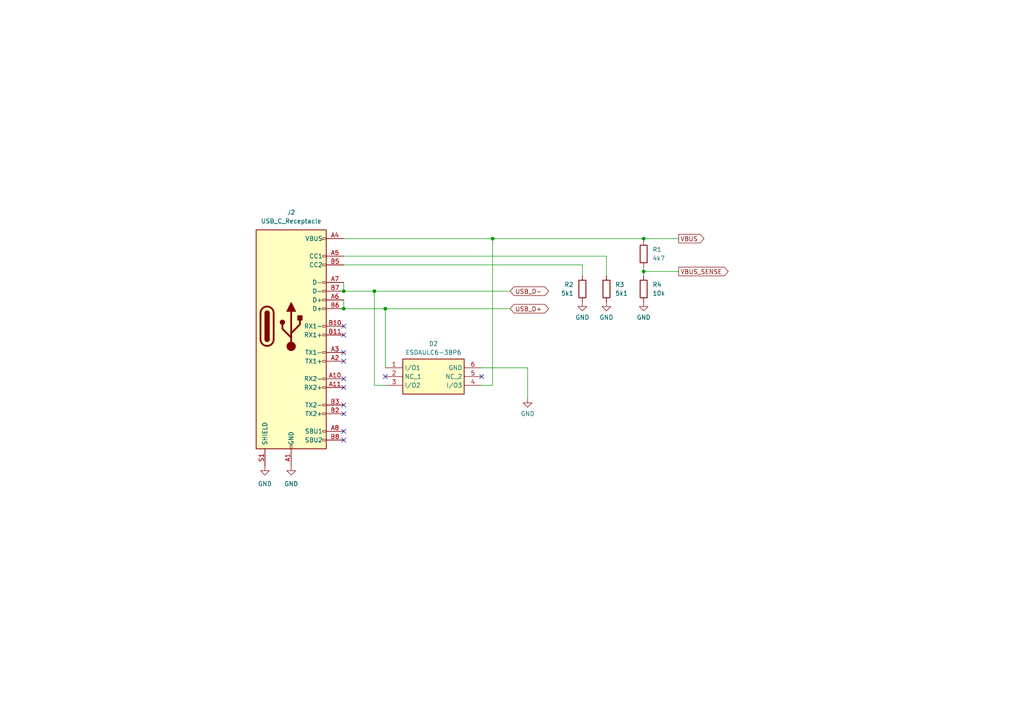
<source format=kicad_sch>
(kicad_sch (version 20230121) (generator eeschema)
  (paper "A4")
  (lib_symbols
    (symbol "Connector:USB_C_Receptacle" (pin_names (offset 1.016))
      (property "Reference" "J" (at -10.16 29.21 0))
      (property "Value" "USB_C_Receptacle" (at 10.16 29.21 0))
      (symbol "USB_C_Receptacle_0_0"
        (rectangle (start -0.254 -35.56) (end 0.254 -34.544))
        (rectangle (start 10.16 -32.766) (end 9.144 -33.274))
        (rectangle (start 10.16 -30.226) (end 9.144 -30.734))
        (rectangle (start 10.16 -25.146) (end 9.144 -25.654))
        (rectangle (start 10.16 -22.606) (end 9.144 -23.114))
        (rectangle (start 10.16 -17.526) (end 9.144 -18.034))
        (rectangle (start 10.16 -14.986) (end 9.144 -15.494))
        (rectangle (start 10.16 -9.906) (end 9.144 -10.414))
        (rectangle (start 10.16 -7.366) (end 9.144 -7.874))
        (rectangle (start 10.16 -2.286) (end 9.144 -2.794))
        (rectangle (start 10.16 0.254) (end 9.144 -0.254))
        (rectangle (start 10.16 5.334) (end 9.144 4.826))
        (rectangle (start 10.16 7.874) (end 9.144 7.366))
        (rectangle (start 10.16 10.414) (end 9.144 9.906))
        (rectangle (start 10.16 12.954) (end 9.144 12.446))
        (rectangle (start 10.16 18.034) (end 9.144 17.526))
        (rectangle (start 10.16 20.574) (end 9.144 20.066))
        (rectangle (start 10.16 25.654) (end 9.144 25.146))
      )
      (symbol "USB_C_Receptacle_0_1"
        (rectangle (start -10.16 27.94) (end 10.16 -35.56) (stroke (width 0.254)) (fill (type background)))
        (arc (start -8.89 -3.81) (mid -6.985 -5.7067) (end -5.08 -3.81) (stroke (width 0.508)))
        (arc (start -7.62 -3.81) (mid -6.985 -4.4423) (end -6.35 -3.81) (stroke (width 0.254)))
        (arc (start -7.62 -3.81) (mid -6.985 -4.4423) (end -6.35 -3.81) (stroke (width 0.254)) (fill (type outline)))
        (rectangle (start -7.62 -3.81) (end -6.35 3.81) (stroke (width 0.254)) (fill (type outline)))
        (arc (start -6.35 3.81) (mid -6.985 4.4423) (end -7.62 3.81) (stroke (width 0.254)))
        (arc (start -6.35 3.81) (mid -6.985 4.4423) (end -7.62 3.81) (stroke (width 0.254)) (fill (type outline)))
        (arc (start -5.08 3.81) (mid -6.985 5.7067) (end -8.89 3.81) (stroke (width 0.508)))
        (polyline (pts (xy -8.89 -3.81) (xy -8.89 3.81)) (stroke (width 0.508)))
        (polyline (pts (xy -5.08 3.81) (xy -5.08 -3.81)) (stroke (width 0.508)))
      )
      (symbol "USB_C_Receptacle_1_1"
        (circle (center -2.54 1.143) (radius 0.635) (stroke (width 0.254)) (fill (type outline)))
        (circle (center 0 -5.842) (radius 1.27) (fill (type outline)))
        (polyline (pts (xy 0 -5.842) (xy 0 4.318)) (stroke (width 0.508)))
        (polyline (pts (xy 0 -3.302) (xy -2.54 -0.762) (xy -2.54 0.508)) (stroke (width 0.508)))
        (polyline (pts (xy 0 -2.032) (xy 2.54 0.508) (xy 2.54 1.778)) (stroke (width 0.508)))
        (polyline (pts (xy -1.27 4.318) (xy 0 6.858) (xy 1.27 4.318) (xy -1.27 4.318)) (stroke (width 0.254)) (fill (type outline)))
        (rectangle (start 1.905 1.778) (end 3.175 3.048) (stroke (width 0.254)) (fill (type outline)))
        (pin passive line (at 0 -40.64 90) (length 5.08) (name "GND") (number "A1"))
        (pin bidirectional line (at 15.24 -15.24 180) (length 5.08) (name "RX2-") (number "A10"))
        (pin bidirectional line (at 15.24 -17.78 180) (length 5.08) (name "RX2+") (number "A11"))
        (pin passive line (at 0 -40.64 90) (length 5.08) hide (name "GND") (number "A12"))
        (pin bidirectional line (at 15.24 -10.16 180) (length 5.08) (name "TX1+") (number "A2"))
        (pin bidirectional line (at 15.24 -7.62 180) (length 5.08) (name "TX1-") (number "A3"))
        (pin passive line (at 15.24 25.4 180) (length 5.08) (name "VBUS") (number "A4"))
        (pin bidirectional line (at 15.24 20.32 180) (length 5.08) (name "CC1") (number "A5"))
        (pin bidirectional line (at 15.24 7.62 180) (length 5.08) (name "D+") (number "A6"))
        (pin bidirectional line (at 15.24 12.7 180) (length 5.08) (name "D-") (number "A7"))
        (pin bidirectional line (at 15.24 -30.48 180) (length 5.08) (name "SBU1") (number "A8"))
        (pin passive line (at 15.24 25.4 180) (length 5.08) hide (name "VBUS") (number "A9"))
        (pin passive line (at 0 -40.64 90) (length 5.08) hide (name "GND") (number "B1"))
        (pin bidirectional line (at 15.24 0 180) (length 5.08) (name "RX1-") (number "B10"))
        (pin bidirectional line (at 15.24 -2.54 180) (length 5.08) (name "RX1+") (number "B11"))
        (pin passive line (at 0 -40.64 90) (length 5.08) hide (name "GND") (number "B12"))
        (pin bidirectional line (at 15.24 -25.4 180) (length 5.08) (name "TX2+") (number "B2"))
        (pin bidirectional line (at 15.24 -22.86 180) (length 5.08) (name "TX2-") (number "B3"))
        (pin passive line (at 15.24 25.4 180) (length 5.08) hide (name "VBUS") (number "B4"))
        (pin bidirectional line (at 15.24 17.78 180) (length 5.08) (name "CC2") (number "B5"))
        (pin bidirectional line (at 15.24 5.08 180) (length 5.08) (name "D+") (number "B6"))
        (pin bidirectional line (at 15.24 10.16 180) (length 5.08) (name "D-") (number "B7"))
        (pin bidirectional line (at 15.24 -33.02 180) (length 5.08) (name "SBU2") (number "B8"))
        (pin passive line (at 15.24 25.4 180) (length 5.08) hide (name "VBUS") (number "B9"))
        (pin passive line (at -7.62 -40.64 90) (length 5.08) (name "SHIELD") (number "S1"))
      )
    )
    (symbol "Device:R" (pin_numbers hide) (pin_names (offset 0))
      (property "Reference" "R" (at 2.032 0 90))
      (property "Value" "R" (at 0 0 90))
      (symbol "R_0_1"
        (rectangle (start -1.016 -2.54) (end 1.016 2.54) (stroke (width 0.254)))
      )
      (symbol "R_1_1"
        (pin passive line (at 0 3.81 270) (length 1.27) (name "~") (number "1"))
        (pin passive line (at 0 -3.81 90) (length 1.27) (name "~") (number "2"))
      )
    )
    (symbol "library:ESDAULC6-3BP6"
      (property "Reference" "D" (at 24.13 7.62 0))
      (property "Value" "ESDAULC6-3BP6" (at 24.13 5.08 0))
      (symbol "ESDAULC6-3BP6_1_1"
        (rectangle (start 5.08 2.54) (end 22.86 -7.62) (stroke (width 0.254)) (fill (type background)))
        (pin passive line (at 0 0 0) (length 5.08) (name "I/O1") (number "1"))
        (pin passive line (at 0 -2.54 0) (length 5.08) (name "NC_1") (number "2"))
        (pin passive line (at 0 -5.08 0) (length 5.08) (name "I/O2") (number "3"))
        (pin passive line (at 27.94 -5.08 180) (length 5.08) (name "I/O3") (number "4"))
        (pin passive line (at 27.94 -2.54 180) (length 5.08) (name "NC_2") (number "5"))
        (pin passive line (at 27.94 0 180) (length 5.08) (name "GND") (number "6"))
      )
    )
    (symbol "power:GND" (power) (pin_names (offset 0))
      (property "Value" "GND" (at 0 -3.81 0))
      (symbol "GND_0_1"
        (polyline (pts (xy 0 0) (xy 0 -1.27) (xy 1.27 -1.27) (xy 0 -2.54) (xy -1.27 -1.27) (xy 0 -1.27)))
      )
      (symbol "GND_1_1"
        (pin power_in line (at 0 0 270) (length 0) hide (name "GND") (number "1"))
      )
    )
  )
  (junction (at 108.585 84.455))
  (junction (at 186.69 69.215))
  (junction (at 186.69 78.74))
  (junction (at 111.76 89.535))
  (junction (at 99.695 84.455))
  (junction (at 142.875 69.215))
  (junction (at 99.695 89.535))
  (no_connect (at 99.695 120.015))
  (no_connect (at 99.695 117.475))
  (no_connect (at 99.695 102.235))
  (no_connect (at 139.7 109.22))
  (no_connect (at 99.695 104.775))
  (no_connect (at 99.695 109.855))
  (no_connect (at 99.695 94.615))
  (no_connect (at 99.695 127.635))
  (no_connect (at 99.695 97.155))
  (no_connect (at 111.76 109.22))
  (no_connect (at 99.695 125.095))
  (no_connect (at 99.695 112.395))
  (wire (pts (xy 186.69 78.74) (xy 186.69 77.47)))
  (wire (pts (xy 111.76 89.535) (xy 111.76 106.68)))
  (wire (pts (xy 186.69 69.215) (xy 196.85 69.215)))
  (wire (pts (xy 111.76 89.535) (xy 147.955 89.535)))
  (wire (pts (xy 111.76 111.76) (xy 108.585 111.76)))
  (wire (pts (xy 142.875 69.215) (xy 186.69 69.215)))
  (wire (pts (xy 139.7 111.76) (xy 142.875 111.76)))
  (wire (pts (xy 99.695 69.215) (xy 142.875 69.215)))
  (wire (pts (xy 108.585 84.455) (xy 147.955 84.455)))
  (wire (pts (xy 186.69 78.74) (xy 196.85 78.74)))
  (wire (pts (xy 108.585 111.76) (xy 108.585 84.455)))
  (wire (pts (xy 168.91 76.835) (xy 168.91 80.01)))
  (wire (pts (xy 99.695 74.295) (xy 175.895 74.295)))
  (wire (pts (xy 99.695 81.915) (xy 99.695 84.455)))
  (wire (pts (xy 186.69 69.85) (xy 186.69 69.215)))
  (wire (pts (xy 139.7 106.68) (xy 153.035 106.68)))
  (wire (pts (xy 142.875 111.76) (xy 142.875 69.215)))
  (wire (pts (xy 175.895 74.295) (xy 175.895 80.01)))
  (wire (pts (xy 153.035 106.68) (xy 153.035 115.57)))
  (wire (pts (xy 186.69 80.01) (xy 186.69 78.74)))
  (wire (pts (xy 99.695 89.535) (xy 111.76 89.535)))
  (wire (pts (xy 99.695 76.835) (xy 168.91 76.835)))
  (wire (pts (xy 99.695 84.455) (xy 108.585 84.455)))
  (wire (pts (xy 99.695 86.995) (xy 99.695 89.535)))
  (global_label "USB_D+" (shape bidirectional) (at 147.955 89.535 0) (property "Intersheetrefs" "${INTERSHEET_REFS}" (effects hide)))
  (global_label "VBUS" (shape output) (at 196.85 69.215 0) (property "Intersheetrefs" "${INTERSHEET_REFS}" (effects hide)))
  (global_label "VBUS_SENSE" (shape output) (at 196.85 78.74 0) (property "Intersheetrefs" "${INTERSHEET_REFS}" (effects hide)))
  (global_label "USB_D-" (shape bidirectional) (at 147.955 84.455 0) (property "Intersheetrefs" "${INTERSHEET_REFS}" (effects hide)))
  (symbol (lib_id "power:GND") (at 186.69 87.63 0) (unit 1)
    (property "Reference" "#PWR013" (effects hide))
    (property "Value" "GND" (at 186.69 92.075 0))
  )
  (symbol (lib_id "library:ESDAULC6-3BP6") (at 111.76 106.68 0) (unit 1)
    (property "Reference" "D2" (at 125.73 99.695 0))
    (property "Value" "ESDAULC6-3BP6" (at 125.73 102.235 0))
    (property "Footprint" "library:ESDAULC63BP6" (effects hide))
    (property "Datasheet" "https://www.st.com/resource/en/datasheet/esdaulc6-3bp6.pdf" (effects hide))
    (property "Height" "0.6" (effects hide))
    (property "Manufacturer_Name" "STMicroelectronics" (effects hide))
    (property "Manufacturer_Part_Number" "ESDAULC6-3BP6" (effects hide))
    (property "Mouser Part Number" "511-ESDAULC63BP6" (effects hide))
    (property "Mouser Price/Stock" "https://www.mouser.co.uk/ProductDetail/STMicroelectronics/ESDAULC6-3BP6?qs=eU2TTeT5rM3P6hIT2KJeMw%3D%3D" (effects hide))
    (property "Arrow Part Number" "ESDAULC6-3BP6" (effects hide))
    (property "Arrow Price/Stock" "https://www.arrow.com/en/products/esdaulc6-3bp6/stmicroelectronics?region=europe" (effects hide))
  )
  (symbol (lib_id "Device:R") (at 186.69 73.66 0) (unit 1)
    (property "Reference" "R1" (at 189.23 72.39 0) (effects (justify left)))
    (property "Value" "4k7" (at 189.23 74.93 0) (effects (justify left)))
    (property "Footprint" "Resistor_SMD:R_0603_1608Metric" (effects hide))
  )
  (symbol (lib_id "power:GND") (at 84.455 135.255 0) (unit 1)
    (property "Reference" "#PWR016" (effects hide))
    (property "Value" "GND" (at 84.455 140.335 0))
  )
  (symbol (lib_id "power:GND") (at 76.835 135.255 0) (unit 1)
    (property "Reference" "#PWR015" (effects hide))
    (property "Value" "GND" (at 76.835 140.335 0))
  )
  (symbol (lib_id "Connector:USB_C_Receptacle") (at 84.455 94.615 0) (unit 1)
    (property "Reference" "J2" (at 84.455 61.595 0))
    (property "Value" "USB_C_Receptacle" (at 84.455 64.135 0))
    (property "Footprint" "Connector_USB:USB_C_Receptacle_GCT_USB4105-xx-A_16P_TopMnt_Horizontal" (effects hide))
    (property "Datasheet" "https://www.usb.org/sites/default/files/documents/usb_type-c.zip" (effects hide))
  )
  (symbol (lib_id "Device:R") (at 186.69 83.82 0) (unit 1)
    (property "Reference" "R4" (at 189.23 82.55 0) (effects (justify left)))
    (property "Value" "10k" (at 189.23 85.09 0) (effects (justify left)))
    (property "Footprint" "Resistor_SMD:R_0603_1608Metric" (effects hide))
  )
  (symbol (lib_id "Device:R") (at 168.91 83.82 0) (mirror y) (unit 1)
    (property "Reference" "R2" (at 166.37 82.55 0) (effects (justify left)))
    (property "Value" "5k1" (at 166.37 85.09 0) (effects (justify left)))
    (property "Footprint" "Resistor_SMD:R_0603_1608Metric" (effects hide))
  )
  (symbol (lib_id "power:GND") (at 153.035 115.57 0) (unit 1)
    (property "Reference" "#PWR014" (effects hide))
    (property "Value" "GND" (at 153.035 120.015 0))
  )
  (symbol (lib_id "power:GND") (at 168.91 87.63 0) (unit 1)
    (property "Reference" "#PWR011" (effects hide))
    (property "Value" "GND" (at 168.91 92.075 0))
  )
  (symbol (lib_id "power:GND") (at 175.895 87.63 0) (unit 1)
    (property "Reference" "#PWR012" (effects hide))
    (property "Value" "GND" (at 175.895 92.075 0))
  )
  (symbol (lib_id "Device:R") (at 175.895 83.82 0) (unit 1)
    (property "Reference" "R3" (at 178.435 82.55 0) (effects (justify left)))
    (property "Value" "5k1" (at 178.435 85.09 0) (effects (justify left)))
    (property "Footprint" "Resistor_SMD:R_0603_1608Metric" (effects hide))
  )
)
</source>
